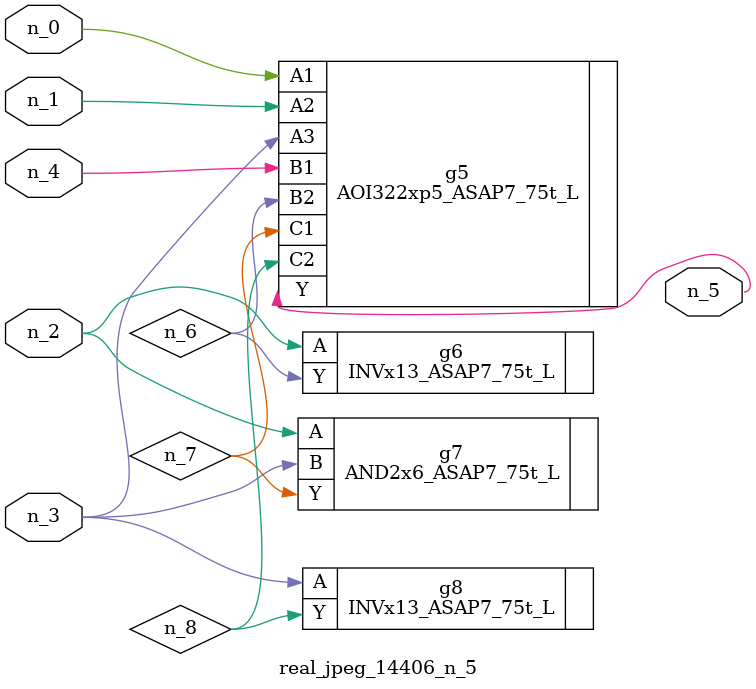
<source format=v>
module real_jpeg_14406_n_5 (n_4, n_0, n_1, n_2, n_3, n_5);

input n_4;
input n_0;
input n_1;
input n_2;
input n_3;

output n_5;

wire n_8;
wire n_6;
wire n_7;

AOI322xp5_ASAP7_75t_L g5 ( 
.A1(n_0),
.A2(n_1),
.A3(n_3),
.B1(n_4),
.B2(n_6),
.C1(n_7),
.C2(n_8),
.Y(n_5)
);

INVx13_ASAP7_75t_L g6 ( 
.A(n_2),
.Y(n_6)
);

AND2x6_ASAP7_75t_L g7 ( 
.A(n_2),
.B(n_3),
.Y(n_7)
);

INVx13_ASAP7_75t_L g8 ( 
.A(n_3),
.Y(n_8)
);


endmodule
</source>
